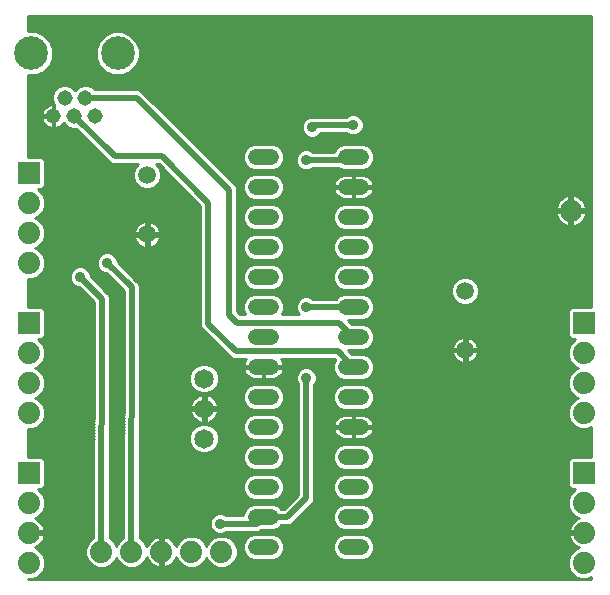
<source format=gbl>
G75*
G70*
%OFA0B0*%
%FSLAX24Y24*%
%IPPOS*%
%LPD*%
%AMOC8*
5,1,8,0,0,1.08239X$1,22.5*
%
%ADD10C,0.0520*%
%ADD11C,0.0740*%
%ADD12C,0.0515*%
%ADD13C,0.1122*%
%ADD14R,0.0740X0.0740*%
%ADD15C,0.0594*%
%ADD16C,0.0650*%
%ADD17C,0.0100*%
%ADD18C,0.0357*%
%ADD19C,0.0400*%
%ADD20C,0.0200*%
D10*
X008957Y001631D02*
X009477Y001631D01*
X009477Y002631D02*
X008957Y002631D01*
X008957Y003631D02*
X009477Y003631D01*
X009477Y004631D02*
X008957Y004631D01*
X008957Y005631D02*
X009477Y005631D01*
X009477Y006631D02*
X008957Y006631D01*
X008957Y007631D02*
X009477Y007631D01*
X009477Y008631D02*
X008957Y008631D01*
X008957Y009631D02*
X009477Y009631D01*
X009477Y010631D02*
X008957Y010631D01*
X008957Y011631D02*
X009477Y011631D01*
X009477Y012631D02*
X008957Y012631D01*
X008957Y013631D02*
X009477Y013631D01*
X009477Y014631D02*
X008957Y014631D01*
X011957Y014631D02*
X012477Y014631D01*
X012477Y013631D02*
X011957Y013631D01*
X011957Y012631D02*
X012477Y012631D01*
X012477Y011631D02*
X011957Y011631D01*
X011957Y010631D02*
X012477Y010631D01*
X012477Y009631D02*
X011957Y009631D01*
X011957Y008631D02*
X012477Y008631D01*
X012477Y007631D02*
X011957Y007631D01*
X011957Y006631D02*
X012477Y006631D01*
X012477Y005631D02*
X011957Y005631D01*
X011957Y004631D02*
X012477Y004631D01*
X012477Y003631D02*
X011957Y003631D01*
X011957Y002631D02*
X012477Y002631D01*
X012477Y001631D02*
X011957Y001631D01*
D11*
X007817Y001471D03*
X006817Y001471D03*
X005817Y001471D03*
X004817Y001471D03*
X003817Y001471D03*
X001407Y001101D03*
X001407Y002101D03*
X001407Y003101D03*
X001407Y006101D03*
X001407Y007101D03*
X001407Y008101D03*
X001407Y011101D03*
X001407Y012101D03*
X001407Y013101D03*
X019467Y012841D03*
X019907Y008101D03*
X019907Y007101D03*
X019907Y006101D03*
X019907Y003101D03*
X019907Y002101D03*
X019907Y001101D03*
D12*
X003587Y015991D03*
X002917Y015991D03*
X002587Y016611D03*
X003277Y016611D03*
X002217Y015991D03*
D13*
X001480Y018091D03*
X004354Y018091D03*
D14*
X001407Y014101D03*
X001407Y009101D03*
X001407Y004101D03*
X019907Y004101D03*
X019907Y009101D03*
D15*
X015937Y008197D03*
X015937Y010165D03*
X005337Y012047D03*
X005337Y014015D03*
D16*
X007237Y007241D03*
X007237Y006241D03*
X007237Y005241D03*
D17*
X001357Y000561D02*
X001357Y000551D01*
X020142Y000551D01*
X020142Y000614D01*
X020014Y000561D01*
X019800Y000561D01*
X019601Y000643D01*
X019449Y000795D01*
X019367Y000993D01*
X019367Y001208D01*
X019449Y001407D01*
X019601Y001559D01*
X019730Y001612D01*
X019707Y001619D01*
X019635Y001656D01*
X019568Y001704D01*
X019510Y001762D01*
X019462Y001828D01*
X019425Y001901D01*
X019400Y001979D01*
X019389Y002051D01*
X019857Y002051D01*
X019857Y002151D01*
X019389Y002151D01*
X019400Y002223D01*
X019425Y002300D01*
X019462Y002373D01*
X019510Y002440D01*
X019568Y002497D01*
X019635Y002546D01*
X019707Y002583D01*
X019730Y002590D01*
X019601Y002643D01*
X019449Y002795D01*
X019367Y002993D01*
X019367Y003208D01*
X019449Y003407D01*
X019601Y003559D01*
X019607Y003561D01*
X019467Y003561D01*
X019367Y003660D01*
X019367Y004541D01*
X019467Y004641D01*
X020142Y004641D01*
X020142Y005614D01*
X020014Y005561D01*
X019800Y005561D01*
X019601Y005643D01*
X019449Y005795D01*
X019367Y005993D01*
X019367Y006208D01*
X019449Y006407D01*
X019601Y006559D01*
X019703Y006601D01*
X019601Y006643D01*
X019449Y006795D01*
X019367Y006993D01*
X019367Y007208D01*
X019449Y007407D01*
X019601Y007559D01*
X019703Y007601D01*
X019601Y007643D01*
X019449Y007795D01*
X019367Y007993D01*
X019367Y008208D01*
X019449Y008407D01*
X019601Y008559D01*
X019607Y008561D01*
X019467Y008561D01*
X019367Y008660D01*
X019367Y009541D01*
X019467Y009641D01*
X020142Y009641D01*
X020142Y019336D01*
X001357Y019336D01*
X001357Y018822D01*
X001625Y018822D01*
X001894Y018710D01*
X002100Y018505D01*
X002211Y018236D01*
X002211Y017945D01*
X002100Y017677D01*
X001894Y017471D01*
X001625Y017360D01*
X001357Y017360D01*
X001357Y014641D01*
X001847Y014641D01*
X001947Y014541D01*
X001947Y013660D01*
X001847Y013561D01*
X001707Y013561D01*
X001713Y013559D01*
X001865Y013407D01*
X001947Y013208D01*
X001947Y012993D01*
X001865Y012795D01*
X001713Y012643D01*
X001611Y012601D01*
X001713Y012559D01*
X001865Y012407D01*
X001947Y012208D01*
X001947Y011993D01*
X001865Y011795D01*
X001713Y011643D01*
X001611Y011601D01*
X001713Y011559D01*
X001865Y011407D01*
X001947Y011208D01*
X001947Y010993D01*
X001865Y010795D01*
X001713Y010643D01*
X001514Y010561D01*
X001357Y010561D01*
X001357Y009641D01*
X001847Y009641D01*
X001947Y009541D01*
X001947Y008660D01*
X001847Y008561D01*
X001707Y008561D01*
X001713Y008559D01*
X001865Y008407D01*
X001947Y008208D01*
X001947Y007993D01*
X001865Y007795D01*
X001713Y007643D01*
X001611Y007601D01*
X001713Y007559D01*
X001865Y007407D01*
X001947Y007208D01*
X001947Y006993D01*
X001865Y006795D01*
X001713Y006643D01*
X001611Y006601D01*
X001713Y006559D01*
X001865Y006407D01*
X001947Y006208D01*
X001947Y005993D01*
X001865Y005795D01*
X001713Y005643D01*
X001514Y005561D01*
X001357Y005561D01*
X001357Y004641D01*
X001847Y004641D01*
X001947Y004541D01*
X001947Y003660D01*
X001847Y003561D01*
X001707Y003561D01*
X001713Y003559D01*
X001865Y003407D01*
X001947Y003208D01*
X001947Y002993D01*
X001865Y002795D01*
X001713Y002643D01*
X001585Y002590D01*
X001607Y002583D01*
X001680Y002546D01*
X001746Y002497D01*
X001804Y002440D01*
X001852Y002373D01*
X001889Y002300D01*
X001914Y002223D01*
X001926Y002151D01*
X001457Y002151D01*
X001457Y002051D01*
X001926Y002051D01*
X001914Y001979D01*
X001889Y001901D01*
X001852Y001828D01*
X001804Y001762D01*
X001746Y001704D01*
X001680Y001656D01*
X001607Y001619D01*
X001585Y001612D01*
X001713Y001559D01*
X001865Y001407D01*
X001947Y001208D01*
X001947Y000993D01*
X001865Y000795D01*
X001713Y000643D01*
X001514Y000561D01*
X001357Y000561D01*
X001593Y000594D02*
X019721Y000594D01*
X019552Y000692D02*
X001762Y000692D01*
X001861Y000791D02*
X019454Y000791D01*
X019410Y000889D02*
X001904Y000889D01*
X001945Y000988D02*
X003572Y000988D01*
X003511Y001013D02*
X003710Y000931D01*
X003924Y000931D01*
X004123Y001013D01*
X004275Y001165D01*
X004317Y001267D01*
X004359Y001165D01*
X004511Y001013D01*
X004710Y000931D01*
X004924Y000931D01*
X005123Y001013D01*
X005275Y001165D01*
X005328Y001293D01*
X005335Y001271D01*
X005372Y001198D01*
X005420Y001132D01*
X005478Y001074D01*
X005545Y001026D01*
X005617Y000989D01*
X005695Y000964D01*
X005767Y000952D01*
X005767Y001421D01*
X005867Y001421D01*
X005867Y000952D01*
X005939Y000964D01*
X006017Y000989D01*
X006090Y001026D01*
X006156Y001074D01*
X006214Y001132D01*
X006262Y001198D01*
X006299Y001271D01*
X006306Y001293D01*
X006359Y001165D01*
X006511Y001013D01*
X006710Y000931D01*
X006924Y000931D01*
X007123Y001013D01*
X007275Y001165D01*
X007317Y001267D01*
X007359Y001165D01*
X007511Y001013D01*
X007710Y000931D01*
X007924Y000931D01*
X008123Y001013D01*
X008275Y001165D01*
X008357Y001363D01*
X008357Y001578D01*
X008275Y001777D01*
X008123Y001929D01*
X007924Y002011D01*
X007710Y002011D01*
X007511Y001929D01*
X007359Y001777D01*
X007317Y001675D01*
X007275Y001777D01*
X007123Y001929D01*
X006924Y002011D01*
X006710Y002011D01*
X006511Y001929D01*
X006359Y001777D01*
X006306Y001648D01*
X006299Y001670D01*
X006262Y001743D01*
X006214Y001810D01*
X006156Y001867D01*
X006090Y001916D01*
X006017Y001953D01*
X005939Y001978D01*
X005867Y001989D01*
X005867Y001521D01*
X005767Y001521D01*
X005767Y001989D01*
X005695Y001978D01*
X005617Y001953D01*
X005545Y001916D01*
X005478Y001867D01*
X005420Y001810D01*
X005372Y001743D01*
X005335Y001670D01*
X005328Y001648D01*
X005275Y001777D01*
X005123Y001929D01*
X005088Y001943D01*
X005097Y010227D01*
X005097Y010265D01*
X005097Y010334D01*
X005097Y010334D01*
X005097Y010334D01*
X005078Y010381D01*
X005056Y010433D01*
X005056Y010434D01*
X005026Y010464D01*
X004980Y010509D01*
X004980Y010510D01*
X004355Y011134D01*
X004355Y011170D01*
X004302Y011298D01*
X004204Y011396D01*
X004076Y011449D01*
X003938Y011449D01*
X003810Y011396D01*
X003712Y011298D01*
X003659Y011170D01*
X003659Y011031D01*
X003712Y010903D01*
X003810Y010805D01*
X003938Y010752D01*
X003974Y010752D01*
X004557Y010169D01*
X004548Y001944D01*
X004511Y001929D01*
X004359Y001777D01*
X004317Y001675D01*
X004275Y001777D01*
X004123Y001929D01*
X004088Y001943D01*
X004097Y009857D01*
X004097Y009898D01*
X004097Y009964D01*
X004097Y009964D01*
X004097Y009964D01*
X004081Y010003D01*
X004056Y010063D01*
X004056Y010064D01*
X004018Y010102D01*
X003980Y010139D01*
X003455Y010664D01*
X003455Y010700D01*
X003402Y010828D01*
X003304Y010926D01*
X003176Y010979D01*
X003038Y010979D01*
X002910Y010926D01*
X002812Y010828D01*
X002759Y010700D01*
X002759Y010561D01*
X002812Y010433D01*
X002910Y010335D01*
X003038Y010282D01*
X003074Y010282D01*
X003557Y009799D01*
X003548Y001944D01*
X003511Y001929D01*
X003359Y001777D01*
X003277Y001578D01*
X003277Y001363D01*
X003359Y001165D01*
X003511Y001013D01*
X003438Y001086D02*
X001947Y001086D01*
X001947Y001185D02*
X003351Y001185D01*
X003310Y001283D02*
X001916Y001283D01*
X001875Y001382D02*
X003277Y001382D01*
X003277Y001480D02*
X001791Y001480D01*
X001664Y001579D02*
X003277Y001579D01*
X003318Y001677D02*
X001709Y001677D01*
X001814Y001776D02*
X003359Y001776D01*
X003457Y001875D02*
X001875Y001875D01*
X001912Y001973D02*
X003548Y001973D01*
X003548Y002072D02*
X001457Y002072D01*
X001923Y002170D02*
X003548Y002170D01*
X003548Y002269D02*
X001899Y002269D01*
X001855Y002367D02*
X003548Y002367D01*
X003548Y002466D02*
X001777Y002466D01*
X001643Y002564D02*
X003548Y002564D01*
X003549Y002663D02*
X001733Y002663D01*
X001831Y002761D02*
X003549Y002761D01*
X003549Y002860D02*
X001892Y002860D01*
X001933Y002959D02*
X003549Y002959D01*
X003549Y003057D02*
X001947Y003057D01*
X001947Y003156D02*
X003549Y003156D01*
X003549Y003254D02*
X001928Y003254D01*
X001887Y003353D02*
X003549Y003353D01*
X003549Y003451D02*
X001820Y003451D01*
X001722Y003550D02*
X003550Y003550D01*
X003550Y003648D02*
X001935Y003648D01*
X001947Y003747D02*
X003550Y003747D01*
X003550Y003845D02*
X001947Y003845D01*
X001947Y003944D02*
X003550Y003944D01*
X003550Y004043D02*
X001947Y004043D01*
X001947Y004141D02*
X003550Y004141D01*
X003550Y004240D02*
X001947Y004240D01*
X001947Y004338D02*
X003551Y004338D01*
X003551Y004437D02*
X001947Y004437D01*
X001947Y004535D02*
X003551Y004535D01*
X003551Y004634D02*
X001854Y004634D01*
X001357Y004732D02*
X003551Y004732D01*
X003551Y004831D02*
X001357Y004831D01*
X001357Y004929D02*
X003551Y004929D01*
X003551Y005028D02*
X001357Y005028D01*
X001357Y005126D02*
X003551Y005126D01*
X003552Y005225D02*
X001357Y005225D01*
X001357Y005324D02*
X003552Y005324D01*
X003552Y005422D02*
X001357Y005422D01*
X001357Y005521D02*
X003552Y005521D01*
X003552Y005619D02*
X001656Y005619D01*
X001788Y005718D02*
X003552Y005718D01*
X003552Y005816D02*
X001874Y005816D01*
X001915Y005915D02*
X003552Y005915D01*
X003552Y006013D02*
X001947Y006013D01*
X001947Y006112D02*
X003553Y006112D01*
X003553Y006210D02*
X001946Y006210D01*
X001905Y006309D02*
X003553Y006309D01*
X003553Y006408D02*
X001864Y006408D01*
X001765Y006506D02*
X003553Y006506D01*
X003553Y006605D02*
X001620Y006605D01*
X001773Y006703D02*
X003553Y006703D01*
X003553Y006802D02*
X001868Y006802D01*
X001908Y006900D02*
X003554Y006900D01*
X003554Y006999D02*
X001947Y006999D01*
X001947Y007097D02*
X003554Y007097D01*
X003554Y007196D02*
X001947Y007196D01*
X001911Y007294D02*
X003554Y007294D01*
X003554Y007393D02*
X001871Y007393D01*
X001780Y007492D02*
X003554Y007492D01*
X003554Y007590D02*
X001637Y007590D01*
X001759Y007689D02*
X003554Y007689D01*
X003555Y007787D02*
X001857Y007787D01*
X001902Y007886D02*
X003555Y007886D01*
X003555Y007984D02*
X001943Y007984D01*
X001947Y008083D02*
X003555Y008083D01*
X003555Y008181D02*
X001947Y008181D01*
X001917Y008280D02*
X003555Y008280D01*
X003555Y008378D02*
X001877Y008378D01*
X001795Y008477D02*
X003555Y008477D01*
X003556Y008576D02*
X001862Y008576D01*
X001947Y008674D02*
X003556Y008674D01*
X003556Y008773D02*
X001947Y008773D01*
X001947Y008871D02*
X003556Y008871D01*
X003556Y008970D02*
X001947Y008970D01*
X001947Y009068D02*
X003556Y009068D01*
X003556Y009167D02*
X001947Y009167D01*
X001947Y009265D02*
X003556Y009265D01*
X003556Y009364D02*
X001947Y009364D01*
X001947Y009462D02*
X003557Y009462D01*
X003557Y009561D02*
X001927Y009561D01*
X001357Y009659D02*
X003557Y009659D01*
X003557Y009758D02*
X001357Y009758D01*
X001357Y009857D02*
X003499Y009857D01*
X003401Y009955D02*
X001357Y009955D01*
X001357Y010054D02*
X003302Y010054D01*
X003204Y010152D02*
X001357Y010152D01*
X001357Y010251D02*
X003105Y010251D01*
X002896Y010349D02*
X001357Y010349D01*
X001357Y010448D02*
X002806Y010448D01*
X002765Y010546D02*
X001357Y010546D01*
X001715Y010645D02*
X002759Y010645D01*
X002777Y010743D02*
X001813Y010743D01*
X001884Y010842D02*
X002826Y010842D01*
X002944Y010941D02*
X001925Y010941D01*
X001947Y011039D02*
X003659Y011039D01*
X003659Y011138D02*
X001947Y011138D01*
X001935Y011236D02*
X003686Y011236D01*
X003748Y011335D02*
X001895Y011335D01*
X001838Y011433D02*
X003899Y011433D01*
X004115Y011433D02*
X007107Y011433D01*
X007107Y011335D02*
X004266Y011335D01*
X004328Y011236D02*
X007107Y011236D01*
X007107Y011138D02*
X004355Y011138D01*
X004451Y011039D02*
X007107Y011039D01*
X007107Y010941D02*
X004549Y010941D01*
X004648Y010842D02*
X007107Y010842D01*
X007107Y010743D02*
X004746Y010743D01*
X004845Y010645D02*
X007107Y010645D01*
X007107Y010546D02*
X004943Y010546D01*
X005042Y010448D02*
X007107Y010448D01*
X007107Y010349D02*
X005091Y010349D01*
X005056Y010434D02*
X005056Y010434D01*
X005097Y010251D02*
X007107Y010251D01*
X007107Y010152D02*
X005097Y010152D01*
X005097Y010227D02*
X005097Y010227D01*
X005097Y010054D02*
X007107Y010054D01*
X007107Y009955D02*
X005097Y009955D01*
X005097Y009857D02*
X007107Y009857D01*
X007107Y009758D02*
X005096Y009758D01*
X005096Y009659D02*
X007107Y009659D01*
X007107Y009561D02*
X005096Y009561D01*
X005096Y009462D02*
X007107Y009462D01*
X007107Y009364D02*
X005096Y009364D01*
X005096Y009265D02*
X007107Y009265D01*
X007107Y009167D02*
X005096Y009167D01*
X005096Y009068D02*
X007107Y009068D01*
X007107Y009017D02*
X007148Y008918D01*
X008068Y007998D01*
X008144Y007922D01*
X008243Y007881D01*
X008632Y007881D01*
X008606Y007846D01*
X008577Y007788D01*
X008557Y007727D01*
X008547Y007663D01*
X008547Y007661D01*
X009187Y007661D01*
X009187Y007601D01*
X008547Y007601D01*
X008547Y007598D01*
X008557Y007535D01*
X008577Y007473D01*
X008606Y007416D01*
X008644Y007364D01*
X008690Y007318D01*
X008742Y007280D01*
X008800Y007251D01*
X008861Y007231D01*
X008925Y007221D01*
X009187Y007221D01*
X009187Y007601D01*
X009247Y007601D01*
X009247Y007661D01*
X009887Y007661D01*
X009887Y007663D01*
X009877Y007727D01*
X009857Y007788D01*
X009828Y007846D01*
X009802Y007881D01*
X011585Y007881D01*
X011592Y007874D01*
X011527Y007716D01*
X011527Y007545D01*
X011593Y007387D01*
X011714Y007266D01*
X011872Y007201D01*
X012563Y007201D01*
X012721Y007266D01*
X012842Y007387D01*
X012907Y007545D01*
X012907Y007716D01*
X012842Y007874D01*
X012721Y007995D01*
X012563Y008061D01*
X012169Y008061D01*
X012029Y008201D01*
X012563Y008201D01*
X012721Y008266D01*
X012842Y008387D01*
X012907Y008545D01*
X012907Y008716D01*
X012842Y008874D01*
X012721Y008995D01*
X012563Y009061D01*
X012169Y009061D01*
X012029Y009201D01*
X012563Y009201D01*
X012721Y009266D01*
X012842Y009387D01*
X012907Y009545D01*
X012907Y009716D01*
X012842Y009874D01*
X012721Y009995D01*
X012563Y010061D01*
X011872Y010061D01*
X011714Y009995D01*
X011619Y009901D01*
X010880Y009901D01*
X010844Y009936D01*
X010716Y009989D01*
X010578Y009989D01*
X010450Y009936D01*
X010352Y009838D01*
X010299Y009710D01*
X010299Y009571D01*
X010352Y009443D01*
X010414Y009381D01*
X009835Y009381D01*
X009842Y009387D01*
X009907Y009545D01*
X009907Y009716D01*
X009842Y009874D01*
X009721Y009995D01*
X009563Y010061D01*
X008872Y010061D01*
X008714Y009995D01*
X008593Y009874D01*
X008527Y009716D01*
X008527Y009545D01*
X008593Y009387D01*
X008599Y009381D01*
X008439Y009381D01*
X008337Y009483D01*
X008337Y013487D01*
X008337Y013594D01*
X008296Y013694D01*
X005150Y016840D01*
X005051Y016881D01*
X004943Y016881D01*
X003612Y016881D01*
X003519Y016973D01*
X003362Y017038D01*
X003192Y017038D01*
X003035Y016973D01*
X002932Y016870D01*
X002829Y016973D01*
X002672Y017038D01*
X002502Y017038D01*
X002345Y016973D01*
X002225Y016853D01*
X001357Y016853D01*
X001357Y016755D02*
X002184Y016755D01*
X002160Y016696D02*
X002225Y016853D01*
X002323Y016952D02*
X001357Y016952D01*
X001357Y017050D02*
X020142Y017050D01*
X020142Y016952D02*
X003541Y016952D01*
X003014Y016952D02*
X002851Y016952D01*
X002160Y016696D02*
X002160Y016526D01*
X002225Y016369D01*
X002246Y016347D01*
X002246Y016020D01*
X002188Y016020D01*
X002188Y016398D01*
X002185Y016398D01*
X002122Y016388D01*
X002061Y016368D01*
X002004Y016339D01*
X001952Y016302D01*
X001906Y016256D01*
X001869Y016204D01*
X001839Y016147D01*
X001820Y016086D01*
X001810Y016023D01*
X001810Y016020D01*
X002188Y016020D01*
X002188Y015962D01*
X001810Y015962D01*
X001810Y015959D01*
X001820Y015895D01*
X001839Y015834D01*
X001869Y015777D01*
X001906Y015725D01*
X001952Y015680D01*
X002004Y015642D01*
X002061Y015613D01*
X002122Y015593D01*
X002185Y015583D01*
X002188Y015583D01*
X002188Y015962D01*
X002246Y015962D01*
X002246Y015583D01*
X002249Y015583D01*
X002312Y015593D01*
X002374Y015613D01*
X002431Y015642D01*
X002483Y015680D01*
X002528Y015725D01*
X002551Y015757D01*
X002555Y015749D01*
X002675Y015628D01*
X002832Y015563D01*
X002963Y015563D01*
X004104Y014422D01*
X004203Y014381D01*
X004311Y014381D01*
X005043Y014381D01*
X004941Y014279D01*
X004870Y014108D01*
X004870Y013922D01*
X004941Y013751D01*
X005073Y013619D01*
X005244Y013548D01*
X005430Y013548D01*
X005601Y013619D01*
X005733Y013751D01*
X005804Y013922D01*
X005804Y014108D01*
X005733Y014279D01*
X005631Y014381D01*
X005725Y014381D01*
X007107Y012999D01*
X007107Y009124D01*
X007107Y009017D01*
X007127Y008970D02*
X005096Y008970D01*
X005095Y008871D02*
X007195Y008871D01*
X007293Y008773D02*
X005095Y008773D01*
X005095Y008674D02*
X007392Y008674D01*
X007491Y008576D02*
X005095Y008576D01*
X005095Y008477D02*
X007589Y008477D01*
X007688Y008378D02*
X005095Y008378D01*
X005095Y008280D02*
X007786Y008280D01*
X007885Y008181D02*
X005095Y008181D01*
X005095Y008083D02*
X007983Y008083D01*
X008082Y007984D02*
X005094Y007984D01*
X005094Y007886D02*
X008231Y007886D01*
X008577Y007787D02*
X005094Y007787D01*
X005094Y007689D02*
X007025Y007689D01*
X006957Y007660D02*
X006818Y007521D01*
X006742Y007339D01*
X006742Y007142D01*
X006818Y006960D01*
X006957Y006821D01*
X007139Y006746D01*
X007336Y006746D01*
X007517Y006821D01*
X007657Y006960D01*
X007732Y007142D01*
X007732Y007339D01*
X007657Y007521D01*
X007517Y007660D01*
X007336Y007736D01*
X007139Y007736D01*
X006957Y007660D01*
X006887Y007590D02*
X005094Y007590D01*
X005094Y007492D02*
X006805Y007492D01*
X006765Y007393D02*
X005094Y007393D01*
X005094Y007294D02*
X006742Y007294D01*
X006742Y007196D02*
X005094Y007196D01*
X005093Y007097D02*
X006761Y007097D01*
X006802Y006999D02*
X005093Y006999D01*
X005093Y006900D02*
X006878Y006900D01*
X007004Y006802D02*
X005093Y006802D01*
X005093Y006703D02*
X007124Y006703D01*
X007126Y006704D02*
X007055Y006681D01*
X006988Y006647D01*
X006928Y006603D01*
X006875Y006550D01*
X006831Y006490D01*
X006797Y006423D01*
X006774Y006352D01*
X006764Y006291D01*
X007187Y006291D01*
X007187Y006714D01*
X007126Y006704D01*
X007187Y006703D02*
X007287Y006703D01*
X007287Y006714D02*
X007287Y006291D01*
X007187Y006291D01*
X007187Y006191D01*
X006764Y006191D01*
X006774Y006130D01*
X006797Y006059D01*
X006831Y005992D01*
X006875Y005931D01*
X006928Y005879D01*
X006988Y005835D01*
X007055Y005801D01*
X007126Y005778D01*
X007187Y005768D01*
X007187Y006191D01*
X007287Y006191D01*
X007287Y006291D01*
X007710Y006291D01*
X007700Y006352D01*
X007677Y006423D01*
X007643Y006490D01*
X007599Y006550D01*
X007546Y006603D01*
X007486Y006647D01*
X007419Y006681D01*
X007348Y006704D01*
X007287Y006714D01*
X007350Y006703D02*
X008527Y006703D01*
X008527Y006716D02*
X008527Y006545D01*
X008593Y006387D01*
X008714Y006266D01*
X008872Y006201D01*
X009563Y006201D01*
X009721Y006266D01*
X009842Y006387D01*
X009907Y006545D01*
X009907Y006716D01*
X009842Y006874D01*
X009721Y006995D01*
X009563Y007061D01*
X008872Y007061D01*
X008714Y006995D01*
X008593Y006874D01*
X008527Y006716D01*
X008563Y006802D02*
X007470Y006802D01*
X007596Y006900D02*
X008619Y006900D01*
X008722Y006999D02*
X007672Y006999D01*
X007713Y007097D02*
X010342Y007097D01*
X010352Y007073D02*
X010377Y007048D01*
X010377Y003373D01*
X009905Y002901D01*
X009815Y002901D01*
X009721Y002995D01*
X009563Y003061D01*
X008872Y003061D01*
X008714Y002995D01*
X008593Y002874D01*
X008527Y002716D01*
X008527Y002681D01*
X008000Y002681D01*
X007974Y002706D01*
X007846Y002759D01*
X007708Y002759D01*
X007580Y002706D01*
X007482Y002608D01*
X007429Y002480D01*
X007429Y002341D01*
X007482Y002213D01*
X007580Y002115D01*
X007708Y002062D01*
X007846Y002062D01*
X007974Y002115D01*
X008000Y002141D01*
X009051Y002141D01*
X009150Y002182D01*
X009169Y002201D01*
X009563Y002201D01*
X009721Y002266D01*
X009815Y002361D01*
X009963Y002361D01*
X010071Y002361D01*
X010170Y002402D01*
X010800Y003032D01*
X010876Y003108D01*
X010917Y003207D01*
X010917Y007048D01*
X010942Y007073D01*
X010995Y007201D01*
X010995Y007340D01*
X010942Y007468D01*
X010844Y007566D01*
X010716Y007619D01*
X010578Y007619D01*
X010450Y007566D01*
X010352Y007468D01*
X010299Y007340D01*
X010299Y007201D01*
X010352Y007073D01*
X010377Y006999D02*
X009712Y006999D01*
X009816Y006900D02*
X010377Y006900D01*
X010377Y006802D02*
X009872Y006802D01*
X009907Y006703D02*
X010377Y006703D01*
X010377Y006605D02*
X009907Y006605D01*
X009891Y006506D02*
X010377Y006506D01*
X010377Y006408D02*
X009850Y006408D01*
X009763Y006309D02*
X010377Y006309D01*
X010377Y006210D02*
X009586Y006210D01*
X009563Y006061D02*
X009721Y005995D01*
X009842Y005874D01*
X009907Y005716D01*
X009907Y005545D01*
X009842Y005387D01*
X009721Y005266D01*
X009563Y005201D01*
X008872Y005201D01*
X008714Y005266D01*
X008593Y005387D01*
X008527Y005545D01*
X008527Y005716D01*
X008593Y005874D01*
X008714Y005995D01*
X008872Y006061D01*
X009563Y006061D01*
X009677Y006013D02*
X010377Y006013D01*
X010377Y005915D02*
X009801Y005915D01*
X009866Y005816D02*
X010377Y005816D01*
X010377Y005718D02*
X009906Y005718D01*
X009907Y005619D02*
X010377Y005619D01*
X010377Y005521D02*
X009897Y005521D01*
X009856Y005422D02*
X010377Y005422D01*
X010377Y005324D02*
X009778Y005324D01*
X009621Y005225D02*
X010377Y005225D01*
X010377Y005126D02*
X007725Y005126D01*
X007732Y005142D02*
X007657Y004960D01*
X007517Y004821D01*
X007336Y004746D01*
X007139Y004746D01*
X006957Y004821D01*
X006818Y004960D01*
X006742Y005142D01*
X006742Y005339D01*
X006818Y005521D01*
X006957Y005660D01*
X007139Y005736D01*
X007336Y005736D01*
X007517Y005660D01*
X007657Y005521D01*
X008537Y005521D01*
X008527Y005619D02*
X007558Y005619D01*
X007657Y005521D02*
X007732Y005339D01*
X007732Y005142D01*
X007732Y005225D02*
X008813Y005225D01*
X008872Y005061D02*
X008714Y004995D01*
X008593Y004874D01*
X008527Y004716D01*
X008527Y004545D01*
X008593Y004387D01*
X008714Y004266D01*
X008872Y004201D01*
X009563Y004201D01*
X009721Y004266D01*
X009842Y004387D01*
X009907Y004545D01*
X009907Y004716D01*
X009842Y004874D01*
X009721Y004995D01*
X009563Y005061D01*
X008872Y005061D01*
X008792Y005028D02*
X007684Y005028D01*
X007625Y004929D02*
X008648Y004929D01*
X008575Y004831D02*
X007527Y004831D01*
X007732Y005324D02*
X008656Y005324D01*
X008578Y005422D02*
X007698Y005422D01*
X007379Y005718D02*
X008528Y005718D01*
X008569Y005816D02*
X007450Y005816D01*
X007419Y005801D02*
X007486Y005835D01*
X007546Y005879D01*
X007599Y005931D01*
X007643Y005992D01*
X007677Y006059D01*
X007700Y006130D01*
X007710Y006191D01*
X007287Y006191D01*
X007287Y005768D01*
X007348Y005778D01*
X007419Y005801D01*
X007287Y005816D02*
X007187Y005816D01*
X007187Y005915D02*
X007287Y005915D01*
X007287Y006013D02*
X007187Y006013D01*
X007187Y006112D02*
X007287Y006112D01*
X007287Y006210D02*
X008848Y006210D01*
X008671Y006309D02*
X007707Y006309D01*
X007682Y006408D02*
X008584Y006408D01*
X008543Y006506D02*
X007631Y006506D01*
X007544Y006605D02*
X008527Y006605D01*
X008757Y006013D02*
X007654Y006013D01*
X007694Y006112D02*
X010377Y006112D01*
X010917Y006112D02*
X019367Y006112D01*
X019368Y006210D02*
X012586Y006210D01*
X012563Y006201D02*
X012721Y006266D01*
X012842Y006387D01*
X012907Y006545D01*
X012907Y006716D01*
X012842Y006874D01*
X012721Y006995D01*
X012563Y007061D01*
X011872Y007061D01*
X011714Y006995D01*
X011593Y006874D01*
X011527Y006716D01*
X011527Y006545D01*
X011593Y006387D01*
X011714Y006266D01*
X011872Y006201D01*
X012563Y006201D01*
X012509Y006041D02*
X012247Y006041D01*
X012247Y005661D01*
X012187Y005661D01*
X012187Y006041D01*
X011925Y006041D01*
X011861Y006031D01*
X011800Y006011D01*
X011742Y005981D01*
X011690Y005944D01*
X011644Y005898D01*
X011606Y005846D01*
X011577Y005788D01*
X011557Y005727D01*
X011547Y005663D01*
X011547Y005661D01*
X012187Y005661D01*
X012187Y005601D01*
X011547Y005601D01*
X011547Y005598D01*
X011557Y005535D01*
X011577Y005473D01*
X011606Y005416D01*
X011644Y005364D01*
X011690Y005318D01*
X011742Y005280D01*
X011800Y005251D01*
X011861Y005231D01*
X011925Y005221D01*
X012187Y005221D01*
X012187Y005601D01*
X012247Y005601D01*
X012247Y005661D01*
X012887Y005661D01*
X012887Y005663D01*
X012877Y005727D01*
X012857Y005788D01*
X012828Y005846D01*
X012790Y005898D01*
X012744Y005944D01*
X012692Y005981D01*
X012634Y006011D01*
X012573Y006031D01*
X012509Y006041D01*
X012626Y006013D02*
X019367Y006013D01*
X019400Y005915D02*
X012773Y005915D01*
X012843Y005816D02*
X019440Y005816D01*
X019526Y005718D02*
X012878Y005718D01*
X012887Y005601D02*
X012247Y005601D01*
X012247Y005221D01*
X012509Y005221D01*
X012573Y005231D01*
X012634Y005251D01*
X012692Y005280D01*
X012744Y005318D01*
X012790Y005364D01*
X012828Y005416D01*
X012857Y005473D01*
X012877Y005535D01*
X012887Y005598D01*
X012887Y005601D01*
X012872Y005521D02*
X020142Y005521D01*
X020142Y005422D02*
X012831Y005422D01*
X012750Y005324D02*
X020142Y005324D01*
X020142Y005225D02*
X012536Y005225D01*
X012563Y005061D02*
X012721Y004995D01*
X012842Y004874D01*
X012907Y004716D01*
X012907Y004545D01*
X012842Y004387D01*
X012721Y004266D01*
X012563Y004201D01*
X011872Y004201D01*
X011714Y004266D01*
X011593Y004387D01*
X011527Y004545D01*
X011527Y004716D01*
X011593Y004874D01*
X011714Y004995D01*
X011872Y005061D01*
X012563Y005061D01*
X012642Y005028D02*
X020142Y005028D01*
X020142Y005126D02*
X010917Y005126D01*
X010917Y005028D02*
X011792Y005028D01*
X011648Y004929D02*
X010917Y004929D01*
X010917Y004831D02*
X011575Y004831D01*
X011534Y004732D02*
X010917Y004732D01*
X010917Y004634D02*
X011527Y004634D01*
X011531Y004535D02*
X010917Y004535D01*
X010917Y004437D02*
X011572Y004437D01*
X011642Y004338D02*
X010917Y004338D01*
X010917Y004240D02*
X011778Y004240D01*
X011872Y004061D02*
X011714Y003995D01*
X011593Y003874D01*
X011527Y003716D01*
X011527Y003545D01*
X011593Y003387D01*
X011714Y003266D01*
X011872Y003201D01*
X012563Y003201D01*
X012721Y003266D01*
X012842Y003387D01*
X012907Y003545D01*
X012907Y003716D01*
X012842Y003874D01*
X012721Y003995D01*
X012563Y004061D01*
X011872Y004061D01*
X011828Y004043D02*
X010917Y004043D01*
X010917Y004141D02*
X019367Y004141D01*
X019367Y004043D02*
X012607Y004043D01*
X012772Y003944D02*
X019367Y003944D01*
X019367Y003845D02*
X012854Y003845D01*
X012894Y003747D02*
X019367Y003747D01*
X019379Y003648D02*
X012907Y003648D01*
X012907Y003550D02*
X019592Y003550D01*
X019494Y003451D02*
X012868Y003451D01*
X012807Y003353D02*
X019427Y003353D01*
X019386Y003254D02*
X012691Y003254D01*
X012571Y003057D02*
X019367Y003057D01*
X019367Y003156D02*
X010896Y003156D01*
X010917Y003254D02*
X011743Y003254D01*
X011627Y003353D02*
X010917Y003353D01*
X010917Y003451D02*
X011566Y003451D01*
X011527Y003550D02*
X010917Y003550D01*
X010917Y003648D02*
X011527Y003648D01*
X011540Y003747D02*
X010917Y003747D01*
X010917Y003845D02*
X011581Y003845D01*
X011662Y003944D02*
X010917Y003944D01*
X010377Y003944D02*
X009772Y003944D01*
X009721Y003995D02*
X009842Y003874D01*
X009907Y003716D01*
X009907Y003545D01*
X009842Y003387D01*
X009721Y003266D01*
X009563Y003201D01*
X008872Y003201D01*
X008714Y003266D01*
X008593Y003387D01*
X008527Y003545D01*
X008527Y003716D01*
X008593Y003874D01*
X008714Y003995D01*
X008872Y004061D01*
X009563Y004061D01*
X009721Y003995D01*
X009607Y004043D02*
X010377Y004043D01*
X010377Y004141D02*
X005090Y004141D01*
X005090Y004043D02*
X008828Y004043D01*
X008662Y003944D02*
X005090Y003944D01*
X005090Y003845D02*
X008581Y003845D01*
X008540Y003747D02*
X005090Y003747D01*
X005089Y003648D02*
X008527Y003648D01*
X008527Y003550D02*
X005089Y003550D01*
X005089Y003451D02*
X008566Y003451D01*
X008627Y003353D02*
X005089Y003353D01*
X005089Y003254D02*
X008743Y003254D01*
X008863Y003057D02*
X005089Y003057D01*
X005089Y002959D02*
X008677Y002959D01*
X008587Y002860D02*
X005089Y002860D01*
X005088Y002761D02*
X008546Y002761D01*
X008872Y002061D02*
X008714Y001995D01*
X008593Y001874D01*
X008527Y001716D01*
X008527Y001545D01*
X008593Y001387D01*
X008714Y001266D01*
X008872Y001201D01*
X009563Y001201D01*
X009721Y001266D01*
X009842Y001387D01*
X009907Y001545D01*
X009907Y001716D01*
X009842Y001874D01*
X009721Y001995D01*
X009563Y002061D01*
X008872Y002061D01*
X008691Y001973D02*
X008015Y001973D01*
X007869Y002072D02*
X019857Y002072D01*
X019439Y001875D02*
X012841Y001875D01*
X012842Y001874D02*
X012721Y001995D01*
X012563Y002061D01*
X011872Y002061D01*
X011714Y001995D01*
X011593Y001874D01*
X011527Y001716D01*
X011527Y001545D01*
X011593Y001387D01*
X011714Y001266D01*
X011872Y001201D01*
X012563Y001201D01*
X012721Y001266D01*
X012842Y001387D01*
X012907Y001545D01*
X012907Y001716D01*
X012842Y001874D01*
X012882Y001776D02*
X019500Y001776D01*
X019605Y001677D02*
X012907Y001677D01*
X012907Y001579D02*
X019650Y001579D01*
X019523Y001480D02*
X012880Y001480D01*
X012836Y001382D02*
X019439Y001382D01*
X019398Y001283D02*
X012738Y001283D01*
X012743Y001973D02*
X019402Y001973D01*
X019392Y002170D02*
X009122Y002170D01*
X008593Y001875D02*
X008177Y001875D01*
X008275Y001776D02*
X008552Y001776D01*
X008527Y001677D02*
X008316Y001677D01*
X008357Y001579D02*
X008527Y001579D01*
X008554Y001480D02*
X008357Y001480D01*
X008357Y001382D02*
X008598Y001382D01*
X008696Y001283D02*
X008324Y001283D01*
X008283Y001185D02*
X019367Y001185D01*
X019367Y001086D02*
X008196Y001086D01*
X008062Y000988D02*
X019369Y000988D01*
X020093Y000594D02*
X020142Y000594D01*
X019415Y002269D02*
X012723Y002269D01*
X012721Y002266D02*
X012842Y002387D01*
X012907Y002545D01*
X012907Y002716D01*
X012842Y002874D01*
X012721Y002995D01*
X012563Y003061D01*
X011872Y003061D01*
X011714Y002995D01*
X011593Y002874D01*
X011527Y002716D01*
X011527Y002545D01*
X011593Y002387D01*
X011714Y002266D01*
X011872Y002201D01*
X012563Y002201D01*
X012721Y002266D01*
X012822Y002367D02*
X019459Y002367D01*
X019537Y002466D02*
X012874Y002466D01*
X012907Y002564D02*
X019672Y002564D01*
X019581Y002663D02*
X012907Y002663D01*
X012888Y002761D02*
X019483Y002761D01*
X019422Y002860D02*
X012848Y002860D01*
X012757Y002959D02*
X019381Y002959D01*
X019367Y004240D02*
X012656Y004240D01*
X012793Y004338D02*
X019367Y004338D01*
X019367Y004437D02*
X012862Y004437D01*
X012903Y004535D02*
X019367Y004535D01*
X019460Y004634D02*
X012907Y004634D01*
X012900Y004732D02*
X020142Y004732D01*
X020142Y004831D02*
X012860Y004831D01*
X012786Y004929D02*
X020142Y004929D01*
X019659Y005619D02*
X012247Y005619D01*
X012187Y005619D02*
X010917Y005619D01*
X010917Y005521D02*
X011562Y005521D01*
X011603Y005422D02*
X010917Y005422D01*
X010917Y005324D02*
X011684Y005324D01*
X011898Y005225D02*
X010917Y005225D01*
X010917Y005718D02*
X011556Y005718D01*
X011591Y005816D02*
X010917Y005816D01*
X010917Y005915D02*
X011661Y005915D01*
X011808Y006013D02*
X010917Y006013D01*
X010917Y006210D02*
X011848Y006210D01*
X011671Y006309D02*
X010917Y006309D01*
X010917Y006408D02*
X011584Y006408D01*
X011543Y006506D02*
X010917Y006506D01*
X010917Y006605D02*
X011527Y006605D01*
X011527Y006703D02*
X010917Y006703D01*
X010917Y006802D02*
X011563Y006802D01*
X011619Y006900D02*
X010917Y006900D01*
X010917Y006999D02*
X011722Y006999D01*
X011685Y007294D02*
X010995Y007294D01*
X010993Y007196D02*
X019367Y007196D01*
X019367Y007097D02*
X010952Y007097D01*
X010974Y007393D02*
X011590Y007393D01*
X011549Y007492D02*
X010919Y007492D01*
X010787Y007590D02*
X011527Y007590D01*
X011527Y007689D02*
X009883Y007689D01*
X009887Y007601D02*
X009247Y007601D01*
X009247Y007221D01*
X009509Y007221D01*
X009573Y007231D01*
X009634Y007251D01*
X009692Y007280D01*
X009744Y007318D01*
X009790Y007364D01*
X009828Y007416D01*
X009857Y007473D01*
X009877Y007535D01*
X009887Y007598D01*
X009887Y007601D01*
X009886Y007590D02*
X010508Y007590D01*
X010375Y007492D02*
X009863Y007492D01*
X009811Y007393D02*
X010321Y007393D01*
X010299Y007294D02*
X009712Y007294D01*
X009247Y007294D02*
X009187Y007294D01*
X009187Y007393D02*
X009247Y007393D01*
X009247Y007492D02*
X009187Y007492D01*
X009187Y007590D02*
X009247Y007590D01*
X008722Y007294D02*
X007732Y007294D01*
X007732Y007196D02*
X010301Y007196D01*
X009857Y007787D02*
X011556Y007787D01*
X012048Y008181D02*
X015888Y008181D01*
X015888Y008148D02*
X015888Y008245D01*
X015492Y008245D01*
X015501Y008301D01*
X015523Y008368D01*
X015555Y008431D01*
X015596Y008488D01*
X015646Y008537D01*
X015703Y008579D01*
X015766Y008611D01*
X015832Y008632D01*
X015889Y008641D01*
X015889Y008245D01*
X015986Y008245D01*
X016382Y008245D01*
X016373Y008301D01*
X016351Y008368D01*
X016319Y008431D01*
X016278Y008488D01*
X016228Y008537D01*
X016171Y008579D01*
X016109Y008611D01*
X016042Y008632D01*
X015986Y008641D01*
X015986Y008245D01*
X015986Y008148D01*
X016382Y008148D01*
X016373Y008092D01*
X016351Y008025D01*
X016319Y007962D01*
X016278Y007905D01*
X016228Y007856D01*
X016171Y007814D01*
X016109Y007782D01*
X016042Y007761D01*
X015986Y007752D01*
X015986Y008148D01*
X015889Y008148D01*
X015889Y007752D01*
X015832Y007761D01*
X015766Y007782D01*
X015703Y007814D01*
X015646Y007856D01*
X015596Y007905D01*
X015555Y007962D01*
X015523Y008025D01*
X015501Y008092D01*
X015492Y008148D01*
X015888Y008148D01*
X015889Y008083D02*
X015986Y008083D01*
X015986Y008181D02*
X019367Y008181D01*
X019367Y008083D02*
X016370Y008083D01*
X016330Y007984D02*
X019371Y007984D01*
X019412Y007886D02*
X016258Y007886D01*
X016118Y007787D02*
X019457Y007787D01*
X019556Y007689D02*
X012907Y007689D01*
X012907Y007590D02*
X019677Y007590D01*
X019534Y007492D02*
X012885Y007492D01*
X012844Y007393D02*
X019444Y007393D01*
X019403Y007294D02*
X012749Y007294D01*
X012712Y006999D02*
X019367Y006999D01*
X019406Y006900D02*
X012816Y006900D01*
X012872Y006802D02*
X019446Y006802D01*
X019541Y006703D02*
X012907Y006703D01*
X012907Y006605D02*
X019694Y006605D01*
X019549Y006506D02*
X012891Y006506D01*
X012850Y006408D02*
X019450Y006408D01*
X019409Y006309D02*
X012763Y006309D01*
X012247Y006013D02*
X012187Y006013D01*
X012187Y005915D02*
X012247Y005915D01*
X012247Y005816D02*
X012187Y005816D01*
X012187Y005718D02*
X012247Y005718D01*
X012247Y005521D02*
X012187Y005521D01*
X012187Y005422D02*
X012247Y005422D01*
X012247Y005324D02*
X012187Y005324D01*
X012187Y005225D02*
X012247Y005225D01*
X010377Y005028D02*
X009642Y005028D01*
X009786Y004929D02*
X010377Y004929D01*
X010377Y004831D02*
X009860Y004831D01*
X009900Y004732D02*
X010377Y004732D01*
X010377Y004634D02*
X009907Y004634D01*
X009903Y004535D02*
X010377Y004535D01*
X010377Y004437D02*
X009862Y004437D01*
X009793Y004338D02*
X010377Y004338D01*
X010377Y004240D02*
X009656Y004240D01*
X009854Y003845D02*
X010377Y003845D01*
X010377Y003747D02*
X009894Y003747D01*
X009907Y003648D02*
X010377Y003648D01*
X010377Y003550D02*
X009907Y003550D01*
X009868Y003451D02*
X010377Y003451D01*
X010357Y003353D02*
X009807Y003353D01*
X009691Y003254D02*
X010259Y003254D01*
X010160Y003156D02*
X005089Y003156D01*
X005088Y002663D02*
X007536Y002663D01*
X007464Y002564D02*
X005088Y002564D01*
X005088Y002466D02*
X007429Y002466D01*
X007429Y002367D02*
X005088Y002367D01*
X005088Y002269D02*
X007459Y002269D01*
X007525Y002170D02*
X005088Y002170D01*
X005088Y002072D02*
X007685Y002072D01*
X007619Y001973D02*
X007015Y001973D01*
X007177Y001875D02*
X007457Y001875D01*
X007359Y001776D02*
X007275Y001776D01*
X007316Y001677D02*
X007318Y001677D01*
X007283Y001185D02*
X007351Y001185D01*
X007438Y001086D02*
X007196Y001086D01*
X007062Y000988D02*
X007572Y000988D01*
X006572Y000988D02*
X006013Y000988D01*
X005867Y000988D02*
X005767Y000988D01*
X005767Y001086D02*
X005867Y001086D01*
X005867Y001185D02*
X005767Y001185D01*
X005767Y001283D02*
X005867Y001283D01*
X005867Y001382D02*
X005767Y001382D01*
X005767Y001579D02*
X005867Y001579D01*
X005867Y001677D02*
X005767Y001677D01*
X005767Y001776D02*
X005867Y001776D01*
X005867Y001875D02*
X005767Y001875D01*
X005767Y001973D02*
X005867Y001973D01*
X005954Y001973D02*
X006619Y001973D01*
X006457Y001875D02*
X006146Y001875D01*
X006238Y001776D02*
X006359Y001776D01*
X006318Y001677D02*
X006295Y001677D01*
X006303Y001283D02*
X006310Y001283D01*
X006351Y001185D02*
X006252Y001185D01*
X006168Y001086D02*
X006438Y001086D01*
X005621Y000988D02*
X005062Y000988D01*
X005196Y001086D02*
X005466Y001086D01*
X005382Y001185D02*
X005283Y001185D01*
X005324Y001283D02*
X005331Y001283D01*
X005316Y001677D02*
X005339Y001677D01*
X005396Y001776D02*
X005275Y001776D01*
X005177Y001875D02*
X005488Y001875D01*
X005680Y001973D02*
X005088Y001973D01*
X004548Y001973D02*
X004088Y001973D01*
X004088Y002072D02*
X004548Y002072D01*
X004548Y002170D02*
X004088Y002170D01*
X004088Y002269D02*
X004548Y002269D01*
X004548Y002367D02*
X004088Y002367D01*
X004088Y002466D02*
X004548Y002466D01*
X004548Y002564D02*
X004088Y002564D01*
X004088Y002663D02*
X004548Y002663D01*
X004549Y002761D02*
X004089Y002761D01*
X004089Y002860D02*
X004549Y002860D01*
X004549Y002959D02*
X004089Y002959D01*
X004089Y003057D02*
X004549Y003057D01*
X004549Y003156D02*
X004089Y003156D01*
X004089Y003254D02*
X004549Y003254D01*
X004549Y003353D02*
X004089Y003353D01*
X004089Y003451D02*
X004549Y003451D01*
X004549Y003550D02*
X004089Y003550D01*
X004090Y003648D02*
X004550Y003648D01*
X004550Y003747D02*
X004090Y003747D01*
X004090Y003845D02*
X004550Y003845D01*
X004550Y003944D02*
X004090Y003944D01*
X004090Y004043D02*
X004550Y004043D01*
X004550Y004141D02*
X004090Y004141D01*
X004090Y004240D02*
X004550Y004240D01*
X004550Y004338D02*
X004090Y004338D01*
X004091Y004437D02*
X004551Y004437D01*
X004551Y004535D02*
X004091Y004535D01*
X004091Y004634D02*
X004551Y004634D01*
X004551Y004732D02*
X004091Y004732D01*
X004091Y004831D02*
X004551Y004831D01*
X004551Y004929D02*
X004091Y004929D01*
X004091Y005028D02*
X004551Y005028D01*
X004551Y005126D02*
X004091Y005126D01*
X004091Y005225D02*
X004551Y005225D01*
X004551Y005324D02*
X004092Y005324D01*
X004092Y005422D02*
X004552Y005422D01*
X004552Y005521D02*
X004092Y005521D01*
X004092Y005619D02*
X004552Y005619D01*
X004552Y005718D02*
X004092Y005718D01*
X004092Y005816D02*
X004552Y005816D01*
X004552Y005915D02*
X004092Y005915D01*
X004092Y006013D02*
X004552Y006013D01*
X004552Y006112D02*
X004092Y006112D01*
X004093Y006210D02*
X004553Y006210D01*
X004553Y006309D02*
X004093Y006309D01*
X004093Y006408D02*
X004553Y006408D01*
X004553Y006506D02*
X004093Y006506D01*
X004093Y006605D02*
X004553Y006605D01*
X004553Y006703D02*
X004093Y006703D01*
X004093Y006802D02*
X004553Y006802D01*
X004553Y006900D02*
X004093Y006900D01*
X004094Y006999D02*
X004553Y006999D01*
X004554Y007097D02*
X004094Y007097D01*
X004094Y007196D02*
X004554Y007196D01*
X004554Y007294D02*
X004094Y007294D01*
X004094Y007393D02*
X004554Y007393D01*
X004554Y007492D02*
X004094Y007492D01*
X004094Y007590D02*
X004554Y007590D01*
X004554Y007689D02*
X004094Y007689D01*
X004094Y007787D02*
X004554Y007787D01*
X004554Y007886D02*
X004095Y007886D01*
X004095Y007984D02*
X004555Y007984D01*
X004555Y008083D02*
X004095Y008083D01*
X004095Y008181D02*
X004555Y008181D01*
X004555Y008280D02*
X004095Y008280D01*
X004095Y008378D02*
X004555Y008378D01*
X004555Y008477D02*
X004095Y008477D01*
X004095Y008576D02*
X004555Y008576D01*
X004555Y008674D02*
X004096Y008674D01*
X004096Y008773D02*
X004555Y008773D01*
X004556Y008871D02*
X004096Y008871D01*
X004096Y008970D02*
X004556Y008970D01*
X004556Y009068D02*
X004096Y009068D01*
X004096Y009167D02*
X004556Y009167D01*
X004556Y009265D02*
X004096Y009265D01*
X004096Y009364D02*
X004556Y009364D01*
X004556Y009462D02*
X004096Y009462D01*
X004097Y009561D02*
X004556Y009561D01*
X004556Y009659D02*
X004097Y009659D01*
X004097Y009758D02*
X004557Y009758D01*
X004557Y009857D02*
X004097Y009857D01*
X004097Y009857D01*
X004097Y009955D02*
X004557Y009955D01*
X004557Y010054D02*
X004060Y010054D01*
X004056Y010064D02*
X004056Y010064D01*
X003980Y010139D02*
X003980Y010139D01*
X003967Y010152D02*
X004557Y010152D01*
X004475Y010251D02*
X003869Y010251D01*
X003770Y010349D02*
X004377Y010349D01*
X004278Y010448D02*
X003672Y010448D01*
X003573Y010546D02*
X004180Y010546D01*
X004081Y010645D02*
X003475Y010645D01*
X003438Y010743D02*
X003983Y010743D01*
X003773Y010842D02*
X003389Y010842D01*
X003270Y010941D02*
X003696Y010941D01*
X004955Y011812D02*
X004923Y011875D01*
X004901Y011942D01*
X004892Y011998D01*
X005288Y011998D01*
X005288Y012095D01*
X004892Y012095D01*
X004901Y012151D01*
X004923Y012218D01*
X004955Y012281D01*
X004996Y012338D01*
X005046Y012387D01*
X005103Y012429D01*
X005166Y012461D01*
X005232Y012482D01*
X005289Y012491D01*
X005289Y012095D01*
X005386Y012095D01*
X005782Y012095D01*
X005773Y012151D01*
X005751Y012218D01*
X005719Y012281D01*
X005678Y012338D01*
X005628Y012387D01*
X005571Y012429D01*
X005509Y012461D01*
X005442Y012482D01*
X005386Y012491D01*
X005386Y012095D01*
X005386Y011998D01*
X005782Y011998D01*
X005773Y011942D01*
X005751Y011875D01*
X005719Y011812D01*
X005678Y011755D01*
X005628Y011706D01*
X005571Y011664D01*
X005509Y011632D01*
X005442Y011611D01*
X005386Y011602D01*
X005386Y011998D01*
X005289Y011998D01*
X005289Y011602D01*
X005232Y011611D01*
X005166Y011632D01*
X005103Y011664D01*
X005046Y011706D01*
X004996Y011755D01*
X004955Y011812D01*
X004947Y011827D02*
X001878Y011827D01*
X001919Y011926D02*
X004906Y011926D01*
X004897Y012123D02*
X001947Y012123D01*
X001947Y012025D02*
X005288Y012025D01*
X005386Y012025D02*
X007107Y012025D01*
X007107Y012123D02*
X005777Y012123D01*
X005749Y012222D02*
X007107Y012222D01*
X007107Y012320D02*
X005691Y012320D01*
X005585Y012419D02*
X007107Y012419D01*
X007107Y012517D02*
X001754Y012517D01*
X001853Y012419D02*
X005089Y012419D01*
X004984Y012320D02*
X001901Y012320D01*
X001941Y012222D02*
X004925Y012222D01*
X005289Y012222D02*
X005386Y012222D01*
X005386Y012320D02*
X005289Y012320D01*
X005289Y012419D02*
X005386Y012419D01*
X005386Y012123D02*
X005289Y012123D01*
X005289Y011926D02*
X005386Y011926D01*
X005386Y011827D02*
X005289Y011827D01*
X005289Y011729D02*
X005386Y011729D01*
X005386Y011630D02*
X005289Y011630D01*
X005172Y011630D02*
X001682Y011630D01*
X001740Y011532D02*
X007107Y011532D01*
X007107Y011630D02*
X005502Y011630D01*
X005651Y011729D02*
X007107Y011729D01*
X007107Y011827D02*
X005727Y011827D01*
X005768Y011926D02*
X007107Y011926D01*
X007107Y012616D02*
X001647Y012616D01*
X001784Y012714D02*
X007107Y012714D01*
X007107Y012813D02*
X001872Y012813D01*
X001913Y012911D02*
X007107Y012911D01*
X007096Y013010D02*
X001947Y013010D01*
X001947Y013109D02*
X006998Y013109D01*
X006899Y013207D02*
X001947Y013207D01*
X001907Y013306D02*
X006800Y013306D01*
X006702Y013404D02*
X001866Y013404D01*
X001769Y013503D02*
X006603Y013503D01*
X006505Y013601D02*
X005558Y013601D01*
X005682Y013700D02*
X006406Y013700D01*
X006308Y013798D02*
X005753Y013798D01*
X005793Y013897D02*
X006209Y013897D01*
X006111Y013995D02*
X005804Y013995D01*
X005804Y014094D02*
X006012Y014094D01*
X005914Y014192D02*
X005769Y014192D01*
X005815Y014291D02*
X005721Y014291D01*
X004953Y014291D02*
X001947Y014291D01*
X001947Y014192D02*
X004905Y014192D01*
X004870Y014094D02*
X001947Y014094D01*
X001947Y013995D02*
X004870Y013995D01*
X004881Y013897D02*
X001947Y013897D01*
X001947Y013798D02*
X004921Y013798D01*
X004992Y013700D02*
X001947Y013700D01*
X001888Y013601D02*
X005116Y013601D01*
X004182Y014390D02*
X001947Y014390D01*
X001947Y014488D02*
X004038Y014488D01*
X003939Y014587D02*
X001902Y014587D01*
X001357Y014685D02*
X003841Y014685D01*
X003742Y014784D02*
X001357Y014784D01*
X001357Y014882D02*
X003644Y014882D01*
X003545Y014981D02*
X001357Y014981D01*
X001357Y015079D02*
X003447Y015079D01*
X003348Y015178D02*
X001357Y015178D01*
X001357Y015276D02*
X003250Y015276D01*
X003151Y015375D02*
X001357Y015375D01*
X001357Y015474D02*
X003052Y015474D01*
X002811Y015572D02*
X001357Y015572D01*
X001357Y015671D02*
X001964Y015671D01*
X001874Y015769D02*
X001357Y015769D01*
X001357Y015868D02*
X001829Y015868D01*
X001816Y016065D02*
X001357Y016065D01*
X001357Y016163D02*
X001848Y016163D01*
X001912Y016262D02*
X001357Y016262D01*
X001357Y016360D02*
X002045Y016360D01*
X002188Y016360D02*
X002233Y016360D01*
X002246Y016262D02*
X002188Y016262D01*
X002188Y016163D02*
X002246Y016163D01*
X002246Y016065D02*
X002188Y016065D01*
X002188Y015966D02*
X001357Y015966D01*
X001357Y016459D02*
X002187Y016459D01*
X002160Y016558D02*
X001357Y016558D01*
X001357Y016656D02*
X002160Y016656D01*
X001357Y017149D02*
X020142Y017149D01*
X020142Y017247D02*
X001357Y017247D01*
X001357Y017346D02*
X020142Y017346D01*
X020142Y017444D02*
X004704Y017444D01*
X004768Y017471D02*
X004974Y017677D01*
X005085Y017945D01*
X005085Y018236D01*
X004974Y018505D01*
X004768Y018710D01*
X004499Y018822D01*
X004209Y018822D01*
X003940Y018710D01*
X003734Y018505D01*
X003623Y018236D01*
X003623Y017945D01*
X003734Y017677D01*
X003940Y017471D01*
X004209Y017360D01*
X004499Y017360D01*
X004768Y017471D01*
X004840Y017543D02*
X020142Y017543D01*
X020142Y017641D02*
X004939Y017641D01*
X005000Y017740D02*
X020142Y017740D01*
X020142Y017839D02*
X005041Y017839D01*
X005082Y017937D02*
X020142Y017937D01*
X020142Y018036D02*
X005085Y018036D01*
X005085Y018134D02*
X020142Y018134D01*
X020142Y018233D02*
X005085Y018233D01*
X005046Y018331D02*
X020142Y018331D01*
X020142Y018430D02*
X005005Y018430D01*
X004950Y018528D02*
X020142Y018528D01*
X020142Y018627D02*
X004852Y018627D01*
X004732Y018725D02*
X020142Y018725D01*
X020142Y018824D02*
X001357Y018824D01*
X001357Y018923D02*
X020142Y018923D01*
X020142Y019021D02*
X001357Y019021D01*
X001357Y019120D02*
X020142Y019120D01*
X020142Y019218D02*
X001357Y019218D01*
X001357Y019317D02*
X020142Y019317D01*
X020142Y016853D02*
X005117Y016853D01*
X005235Y016755D02*
X020142Y016755D01*
X020142Y016656D02*
X005334Y016656D01*
X005432Y016558D02*
X020142Y016558D01*
X020142Y016459D02*
X005531Y016459D01*
X005629Y016360D02*
X020142Y016360D01*
X020142Y016262D02*
X005728Y016262D01*
X005826Y016163D02*
X020142Y016163D01*
X020142Y016065D02*
X005925Y016065D01*
X006023Y015966D02*
X010761Y015966D01*
X010768Y015969D02*
X010640Y015916D01*
X010542Y015818D01*
X010489Y015690D01*
X010489Y015551D01*
X010542Y015423D01*
X010640Y015325D01*
X010768Y015272D01*
X010906Y015272D01*
X011034Y015325D01*
X011132Y015423D01*
X011136Y015431D01*
X011984Y015431D01*
X012010Y015405D01*
X012138Y015352D01*
X012276Y015352D01*
X012404Y015405D01*
X012502Y015503D01*
X012555Y015631D01*
X012555Y015770D01*
X012502Y015898D01*
X012404Y015996D01*
X012276Y016049D01*
X012138Y016049D01*
X012010Y015996D01*
X011984Y015971D01*
X010971Y015971D01*
X010863Y015971D01*
X010860Y015969D01*
X010768Y015969D01*
X010591Y015868D02*
X006122Y015868D01*
X006220Y015769D02*
X010521Y015769D01*
X010489Y015671D02*
X006319Y015671D01*
X006418Y015572D02*
X010489Y015572D01*
X010521Y015474D02*
X006516Y015474D01*
X006615Y015375D02*
X010590Y015375D01*
X010758Y015276D02*
X006713Y015276D01*
X006812Y015178D02*
X020142Y015178D01*
X020142Y015276D02*
X010916Y015276D01*
X011084Y015375D02*
X012083Y015375D01*
X012331Y015375D02*
X020142Y015375D01*
X020142Y015474D02*
X012473Y015474D01*
X012531Y015572D02*
X020142Y015572D01*
X020142Y015671D02*
X012555Y015671D01*
X012555Y015769D02*
X020142Y015769D01*
X020142Y015868D02*
X012515Y015868D01*
X012434Y015966D02*
X020142Y015966D01*
X020142Y015079D02*
X006910Y015079D01*
X007009Y014981D02*
X008699Y014981D01*
X008714Y014995D02*
X008593Y014874D01*
X008527Y014716D01*
X008527Y014545D01*
X008593Y014387D01*
X008714Y014266D01*
X008872Y014201D01*
X009563Y014201D01*
X009721Y014266D01*
X009842Y014387D01*
X009907Y014545D01*
X009907Y014716D01*
X009842Y014874D01*
X009721Y014995D01*
X009563Y015061D01*
X008872Y015061D01*
X008714Y014995D01*
X008601Y014882D02*
X007107Y014882D01*
X007206Y014784D02*
X008555Y014784D01*
X008527Y014685D02*
X007304Y014685D01*
X007403Y014587D02*
X008527Y014587D01*
X008551Y014488D02*
X007502Y014488D01*
X007600Y014390D02*
X008592Y014390D01*
X008689Y014291D02*
X007699Y014291D01*
X007797Y014192D02*
X010567Y014192D01*
X010568Y014192D02*
X010706Y014192D01*
X010834Y014245D01*
X010860Y014271D01*
X011709Y014271D01*
X011714Y014266D01*
X011872Y014201D01*
X012563Y014201D01*
X012721Y014266D01*
X012842Y014387D01*
X012907Y014545D01*
X012907Y014716D01*
X012842Y014874D01*
X012721Y014995D01*
X012563Y015061D01*
X011872Y015061D01*
X011714Y014995D01*
X011593Y014874D01*
X011566Y014811D01*
X010860Y014811D01*
X010834Y014836D01*
X010706Y014889D01*
X010568Y014889D01*
X010440Y014836D01*
X010342Y014738D01*
X010289Y014610D01*
X010289Y014471D01*
X010342Y014343D01*
X010440Y014245D01*
X010568Y014192D01*
X010707Y014192D02*
X020142Y014192D01*
X020142Y014094D02*
X007896Y014094D01*
X007994Y013995D02*
X008714Y013995D01*
X008593Y013874D01*
X008527Y013716D01*
X008527Y013545D01*
X008593Y013387D01*
X008714Y013266D01*
X008872Y013201D01*
X009563Y013201D01*
X009721Y013266D01*
X009842Y013387D01*
X009907Y013545D01*
X009907Y013716D01*
X009842Y013874D01*
X009721Y013995D01*
X009563Y014061D01*
X008872Y014061D01*
X008714Y013995D01*
X008615Y013897D02*
X008093Y013897D01*
X008191Y013798D02*
X008561Y013798D01*
X008527Y013700D02*
X008290Y013700D01*
X008334Y013601D02*
X008527Y013601D01*
X008545Y013503D02*
X008337Y013503D01*
X008337Y013404D02*
X008586Y013404D01*
X008674Y013306D02*
X008337Y013306D01*
X008337Y013207D02*
X008856Y013207D01*
X008872Y013061D02*
X008714Y012995D01*
X008593Y012874D01*
X008527Y012716D01*
X008527Y012545D01*
X008593Y012387D01*
X008714Y012266D01*
X008872Y012201D01*
X009563Y012201D01*
X009721Y012266D01*
X009842Y012387D01*
X009907Y012545D01*
X009907Y012716D01*
X009842Y012874D01*
X009721Y012995D01*
X009563Y013061D01*
X008872Y013061D01*
X008749Y013010D02*
X008337Y013010D01*
X008337Y013109D02*
X019020Y013109D01*
X019022Y013113D02*
X018985Y013040D01*
X018960Y012963D01*
X018949Y012891D01*
X019417Y012891D01*
X019417Y013359D01*
X019345Y013348D01*
X019267Y013323D01*
X019195Y013286D01*
X019128Y013237D01*
X019070Y013180D01*
X019022Y013113D01*
X018975Y013010D02*
X012685Y013010D01*
X012721Y012995D02*
X012563Y013061D01*
X011872Y013061D01*
X011714Y012995D01*
X011593Y012874D01*
X011527Y012716D01*
X011527Y012545D01*
X011593Y012387D01*
X011714Y012266D01*
X011872Y012201D01*
X012563Y012201D01*
X012721Y012266D01*
X012842Y012387D01*
X012907Y012545D01*
X012907Y012716D01*
X012842Y012874D01*
X012721Y012995D01*
X012804Y012911D02*
X018952Y012911D01*
X018949Y012791D02*
X018960Y012719D01*
X018985Y012641D01*
X019022Y012568D01*
X019070Y012502D01*
X019128Y012444D01*
X019195Y012396D01*
X019267Y012359D01*
X019345Y012334D01*
X019417Y012322D01*
X019417Y012791D01*
X018949Y012791D01*
X018961Y012714D02*
X012907Y012714D01*
X012907Y012616D02*
X018998Y012616D01*
X019059Y012517D02*
X012895Y012517D01*
X012855Y012419D02*
X019163Y012419D01*
X019417Y012419D02*
X019517Y012419D01*
X019517Y012322D02*
X019589Y012334D01*
X019667Y012359D01*
X019740Y012396D01*
X019806Y012444D01*
X019864Y012502D01*
X019912Y012568D01*
X019949Y012641D01*
X019974Y012719D01*
X019986Y012791D01*
X019517Y012791D01*
X019517Y012891D01*
X019417Y012891D01*
X019417Y012791D01*
X019517Y012791D01*
X019517Y012322D01*
X019517Y012517D02*
X019417Y012517D01*
X019417Y012616D02*
X019517Y012616D01*
X019517Y012714D02*
X019417Y012714D01*
X019417Y012813D02*
X012867Y012813D01*
X012634Y013251D02*
X012692Y013280D01*
X012744Y013318D01*
X012790Y013364D01*
X012828Y013416D01*
X012857Y013473D01*
X012877Y013535D01*
X012887Y013598D01*
X012887Y013601D01*
X012247Y013601D01*
X020142Y013601D01*
X020142Y013503D02*
X012866Y013503D01*
X012819Y013404D02*
X020142Y013404D01*
X020142Y013306D02*
X019700Y013306D01*
X019667Y013323D02*
X019589Y013348D01*
X019517Y013359D01*
X019517Y012891D01*
X019986Y012891D01*
X019974Y012963D01*
X019949Y013040D01*
X019912Y013113D01*
X019864Y013180D01*
X019806Y013237D01*
X019740Y013286D01*
X019667Y013323D01*
X019517Y013306D02*
X019417Y013306D01*
X019417Y013207D02*
X019517Y013207D01*
X019517Y013109D02*
X019417Y013109D01*
X019417Y013010D02*
X019517Y013010D01*
X019517Y012911D02*
X019417Y012911D01*
X019517Y012813D02*
X020142Y012813D01*
X020142Y012911D02*
X019982Y012911D01*
X019959Y013010D02*
X020142Y013010D01*
X020142Y013109D02*
X019914Y013109D01*
X019836Y013207D02*
X020142Y013207D01*
X020142Y013700D02*
X012881Y013700D01*
X012877Y013727D02*
X012887Y013663D01*
X012887Y013661D01*
X012247Y013661D01*
X012187Y013661D01*
X012187Y014041D01*
X011925Y014041D01*
X011861Y014031D01*
X011800Y014011D01*
X011742Y013981D01*
X011690Y013944D01*
X011644Y013898D01*
X011606Y013846D01*
X011577Y013788D01*
X011557Y013727D01*
X011547Y013663D01*
X011547Y013661D01*
X012187Y013661D01*
X012187Y013601D01*
X009907Y013601D01*
X009907Y013700D02*
X011553Y013700D01*
X011547Y013601D02*
X011547Y013598D01*
X011557Y013535D01*
X011577Y013473D01*
X011606Y013416D01*
X011644Y013364D01*
X011690Y013318D01*
X011742Y013280D01*
X011800Y013251D01*
X011861Y013231D01*
X011925Y013221D01*
X012187Y013221D01*
X012187Y013601D01*
X011547Y013601D01*
X011568Y013503D02*
X009889Y013503D01*
X009849Y013404D02*
X011615Y013404D01*
X011707Y013306D02*
X009760Y013306D01*
X009578Y013207D02*
X019098Y013207D01*
X019234Y013306D02*
X012727Y013306D01*
X012634Y013251D02*
X012573Y013231D01*
X012509Y013221D01*
X012247Y013221D01*
X012247Y013601D01*
X012247Y013661D01*
X012247Y014041D01*
X012509Y014041D01*
X012573Y014031D01*
X012634Y014011D01*
X012692Y013981D01*
X012744Y013944D01*
X012790Y013898D01*
X012828Y013846D01*
X012857Y013788D01*
X012877Y013727D01*
X012852Y013798D02*
X020142Y013798D01*
X020142Y013897D02*
X012791Y013897D01*
X012665Y013995D02*
X020142Y013995D01*
X020142Y014291D02*
X012745Y014291D01*
X012843Y014390D02*
X020142Y014390D01*
X020142Y014488D02*
X012883Y014488D01*
X012907Y014587D02*
X020142Y014587D01*
X020142Y014685D02*
X012907Y014685D01*
X012879Y014784D02*
X020142Y014784D01*
X020142Y014882D02*
X012834Y014882D01*
X012735Y014981D02*
X020142Y014981D01*
X020142Y012714D02*
X019973Y012714D01*
X019936Y012616D02*
X020142Y012616D01*
X020142Y012517D02*
X019875Y012517D01*
X019771Y012419D02*
X020142Y012419D01*
X020142Y012320D02*
X012775Y012320D01*
X012613Y012222D02*
X020142Y012222D01*
X020142Y012123D02*
X008337Y012123D01*
X008337Y012025D02*
X008784Y012025D01*
X008714Y011995D02*
X008872Y012061D01*
X009563Y012061D01*
X009721Y011995D01*
X009842Y011874D01*
X009907Y011716D01*
X009907Y011545D01*
X009842Y011387D01*
X009721Y011266D01*
X009563Y011201D01*
X008872Y011201D01*
X008714Y011266D01*
X008593Y011387D01*
X008527Y011545D01*
X008527Y011716D01*
X008593Y011874D01*
X008714Y011995D01*
X008644Y011926D02*
X008337Y011926D01*
X008337Y011827D02*
X008573Y011827D01*
X008532Y011729D02*
X008337Y011729D01*
X008337Y011630D02*
X008527Y011630D01*
X008533Y011532D02*
X008337Y011532D01*
X008337Y011433D02*
X008573Y011433D01*
X008645Y011335D02*
X008337Y011335D01*
X008337Y011236D02*
X008786Y011236D01*
X008872Y011061D02*
X008714Y010995D01*
X008593Y010874D01*
X008527Y010716D01*
X008527Y010545D01*
X008593Y010387D01*
X008714Y010266D01*
X008872Y010201D01*
X009563Y010201D01*
X009721Y010266D01*
X009842Y010387D01*
X009907Y010545D01*
X009907Y010716D01*
X009842Y010874D01*
X009721Y010995D01*
X009563Y011061D01*
X008872Y011061D01*
X008819Y011039D02*
X008337Y011039D01*
X008337Y010941D02*
X008659Y010941D01*
X008579Y010842D02*
X008337Y010842D01*
X008337Y010743D02*
X008538Y010743D01*
X008527Y010645D02*
X008337Y010645D01*
X008337Y010546D02*
X008527Y010546D01*
X008567Y010448D02*
X008337Y010448D01*
X008337Y010349D02*
X008630Y010349D01*
X008751Y010251D02*
X008337Y010251D01*
X008337Y010152D02*
X015470Y010152D01*
X015470Y010072D02*
X015470Y010258D01*
X015541Y010429D01*
X015673Y010561D01*
X015844Y010632D01*
X016030Y010632D01*
X016201Y010561D01*
X016333Y010429D01*
X016404Y010258D01*
X016404Y010072D01*
X016333Y009901D01*
X016201Y009769D01*
X016030Y009698D01*
X015844Y009698D01*
X015673Y009769D01*
X015541Y009901D01*
X015470Y010072D01*
X015478Y010054D02*
X012580Y010054D01*
X012563Y010201D02*
X012721Y010266D01*
X012842Y010387D01*
X012907Y010545D01*
X012907Y010716D01*
X012842Y010874D01*
X012721Y010995D01*
X012563Y011061D01*
X011872Y011061D01*
X011714Y010995D01*
X011593Y010874D01*
X011527Y010716D01*
X011527Y010545D01*
X011593Y010387D01*
X011714Y010266D01*
X011872Y010201D01*
X012563Y010201D01*
X012683Y010251D02*
X015470Y010251D01*
X015508Y010349D02*
X012804Y010349D01*
X012867Y010448D02*
X015560Y010448D01*
X015658Y010546D02*
X012907Y010546D01*
X012907Y010645D02*
X020142Y010645D01*
X020142Y010743D02*
X012896Y010743D01*
X012855Y010842D02*
X020142Y010842D01*
X020142Y010941D02*
X012775Y010941D01*
X012615Y011039D02*
X020142Y011039D01*
X020142Y011138D02*
X008337Y011138D01*
X008337Y010054D02*
X008854Y010054D01*
X008673Y009955D02*
X008337Y009955D01*
X008337Y009857D02*
X008585Y009857D01*
X008544Y009758D02*
X008337Y009758D01*
X008337Y009659D02*
X008527Y009659D01*
X008527Y009561D02*
X008337Y009561D01*
X008357Y009462D02*
X008561Y009462D01*
X009580Y010054D02*
X011854Y010054D01*
X011673Y009955D02*
X010799Y009955D01*
X010496Y009955D02*
X009761Y009955D01*
X009849Y009857D02*
X010370Y009857D01*
X010319Y009758D02*
X009890Y009758D01*
X009907Y009659D02*
X010299Y009659D01*
X010303Y009561D02*
X009907Y009561D01*
X009873Y009462D02*
X010344Y009462D01*
X009683Y010251D02*
X011751Y010251D01*
X011630Y010349D02*
X009804Y010349D01*
X009867Y010448D02*
X011567Y010448D01*
X011527Y010546D02*
X009907Y010546D01*
X009907Y010645D02*
X011527Y010645D01*
X011538Y010743D02*
X009896Y010743D01*
X009855Y010842D02*
X011579Y010842D01*
X011659Y010941D02*
X009775Y010941D01*
X009615Y011039D02*
X011819Y011039D01*
X011872Y011201D02*
X011714Y011266D01*
X011593Y011387D01*
X011527Y011545D01*
X011527Y011716D01*
X011593Y011874D01*
X011714Y011995D01*
X011872Y012061D01*
X012563Y012061D01*
X012721Y011995D01*
X012842Y011874D01*
X012907Y011716D01*
X012907Y011545D01*
X012842Y011387D01*
X012721Y011266D01*
X012563Y011201D01*
X011872Y011201D01*
X011786Y011236D02*
X009648Y011236D01*
X009789Y011335D02*
X011645Y011335D01*
X011573Y011433D02*
X009861Y011433D01*
X009901Y011532D02*
X011533Y011532D01*
X011527Y011630D02*
X009907Y011630D01*
X009902Y011729D02*
X011532Y011729D01*
X011573Y011827D02*
X009861Y011827D01*
X009790Y011926D02*
X011644Y011926D01*
X011784Y012025D02*
X009650Y012025D01*
X009613Y012222D02*
X011821Y012222D01*
X011660Y012320D02*
X009775Y012320D01*
X009855Y012419D02*
X011579Y012419D01*
X011539Y012517D02*
X009895Y012517D01*
X009907Y012616D02*
X011527Y012616D01*
X011527Y012714D02*
X009907Y012714D01*
X009867Y012813D02*
X011567Y012813D01*
X011630Y012911D02*
X009804Y012911D01*
X009685Y013010D02*
X011749Y013010D01*
X012187Y013306D02*
X012247Y013306D01*
X012247Y013404D02*
X012187Y013404D01*
X012187Y013503D02*
X012247Y013503D01*
X012247Y013601D02*
X012187Y013601D01*
X012187Y013700D02*
X012247Y013700D01*
X012247Y013798D02*
X012187Y013798D01*
X012187Y013897D02*
X012247Y013897D01*
X012247Y013995D02*
X012187Y013995D01*
X011770Y013995D02*
X009720Y013995D01*
X009819Y013897D02*
X011644Y013897D01*
X011582Y013798D02*
X009873Y013798D01*
X009745Y014291D02*
X010394Y014291D01*
X010323Y014390D02*
X009843Y014390D01*
X009883Y014488D02*
X010289Y014488D01*
X010289Y014587D02*
X009907Y014587D01*
X009907Y014685D02*
X010320Y014685D01*
X010387Y014784D02*
X009879Y014784D01*
X009834Y014882D02*
X010551Y014882D01*
X010723Y014882D02*
X011601Y014882D01*
X011699Y014981D02*
X009735Y014981D01*
X008630Y012911D02*
X008337Y012911D01*
X008337Y012813D02*
X008567Y012813D01*
X008527Y012714D02*
X008337Y012714D01*
X008337Y012616D02*
X008527Y012616D01*
X008539Y012517D02*
X008337Y012517D01*
X008337Y012419D02*
X008579Y012419D01*
X008660Y012320D02*
X008337Y012320D01*
X008337Y012222D02*
X008821Y012222D01*
X012063Y009167D02*
X019367Y009167D01*
X019367Y009265D02*
X012718Y009265D01*
X012818Y009364D02*
X019367Y009364D01*
X019367Y009462D02*
X012873Y009462D01*
X012907Y009561D02*
X019387Y009561D01*
X019367Y009068D02*
X012161Y009068D01*
X012746Y008970D02*
X019367Y008970D01*
X019367Y008871D02*
X012843Y008871D01*
X012884Y008773D02*
X019367Y008773D01*
X019367Y008674D02*
X012907Y008674D01*
X012907Y008576D02*
X015699Y008576D01*
X015589Y008477D02*
X012879Y008477D01*
X012833Y008378D02*
X015528Y008378D01*
X015498Y008280D02*
X012734Y008280D01*
X012732Y007984D02*
X015544Y007984D01*
X015504Y008083D02*
X012147Y008083D01*
X012830Y007886D02*
X015616Y007886D01*
X015756Y007787D02*
X012878Y007787D01*
X012907Y009659D02*
X020142Y009659D01*
X020142Y009758D02*
X016174Y009758D01*
X016289Y009857D02*
X020142Y009857D01*
X020142Y009955D02*
X016355Y009955D01*
X016396Y010054D02*
X020142Y010054D01*
X020142Y010152D02*
X016404Y010152D01*
X016404Y010251D02*
X020142Y010251D01*
X020142Y010349D02*
X016366Y010349D01*
X016314Y010448D02*
X020142Y010448D01*
X020142Y010546D02*
X016216Y010546D01*
X015519Y009955D02*
X012761Y009955D01*
X012849Y009857D02*
X015585Y009857D01*
X015700Y009758D02*
X012890Y009758D01*
X012648Y011236D02*
X020142Y011236D01*
X020142Y011335D02*
X012789Y011335D01*
X012861Y011433D02*
X020142Y011433D01*
X020142Y011532D02*
X012901Y011532D01*
X012907Y011630D02*
X020142Y011630D01*
X020142Y011729D02*
X012902Y011729D01*
X012861Y011827D02*
X020142Y011827D01*
X020142Y011926D02*
X012790Y011926D01*
X012650Y012025D02*
X020142Y012025D01*
X019452Y008576D02*
X016176Y008576D01*
X016286Y008477D02*
X019520Y008477D01*
X019438Y008378D02*
X016346Y008378D01*
X016376Y008280D02*
X019397Y008280D01*
X015986Y008280D02*
X015889Y008280D01*
X015889Y008378D02*
X015986Y008378D01*
X015986Y008477D02*
X015889Y008477D01*
X015889Y008576D02*
X015986Y008576D01*
X015986Y007984D02*
X015889Y007984D01*
X015889Y007886D02*
X015986Y007886D01*
X015986Y007787D02*
X015889Y007787D01*
X011863Y003057D02*
X010825Y003057D01*
X010727Y002959D02*
X011677Y002959D01*
X011587Y002860D02*
X010628Y002860D01*
X010530Y002761D02*
X011546Y002761D01*
X011527Y002663D02*
X010431Y002663D01*
X010332Y002564D02*
X011527Y002564D01*
X011560Y002466D02*
X010234Y002466D01*
X010086Y002367D02*
X011612Y002367D01*
X011711Y002269D02*
X009723Y002269D01*
X009743Y001973D02*
X011691Y001973D01*
X011593Y001875D02*
X009841Y001875D01*
X009882Y001776D02*
X011552Y001776D01*
X011527Y001677D02*
X009907Y001677D01*
X009907Y001579D02*
X011527Y001579D01*
X011554Y001480D02*
X009880Y001480D01*
X009836Y001382D02*
X011598Y001382D01*
X011696Y001283D02*
X009738Y001283D01*
X009757Y002959D02*
X009963Y002959D01*
X010062Y003057D02*
X009571Y003057D01*
X008778Y004240D02*
X005090Y004240D01*
X005090Y004338D02*
X008642Y004338D01*
X008572Y004437D02*
X005090Y004437D01*
X005090Y004535D02*
X008531Y004535D01*
X008527Y004634D02*
X005091Y004634D01*
X005091Y004732D02*
X008534Y004732D01*
X008633Y005915D02*
X007583Y005915D01*
X007287Y006309D02*
X007187Y006309D01*
X007187Y006210D02*
X005092Y006210D01*
X005092Y006112D02*
X006780Y006112D01*
X006820Y006013D02*
X005092Y006013D01*
X005092Y005915D02*
X006892Y005915D01*
X007024Y005816D02*
X005092Y005816D01*
X005092Y005718D02*
X007096Y005718D01*
X006916Y005619D02*
X005092Y005619D01*
X005092Y005521D02*
X006817Y005521D01*
X006777Y005422D02*
X005091Y005422D01*
X005091Y005324D02*
X006742Y005324D01*
X006742Y005225D02*
X005091Y005225D01*
X005091Y005126D02*
X006749Y005126D01*
X006790Y005028D02*
X005091Y005028D01*
X005091Y004929D02*
X006849Y004929D01*
X006947Y004831D02*
X005091Y004831D01*
X005092Y006309D02*
X006767Y006309D01*
X006792Y006408D02*
X005093Y006408D01*
X005093Y006506D02*
X006843Y006506D01*
X006930Y006605D02*
X005093Y006605D01*
X007187Y006605D02*
X007287Y006605D01*
X007287Y006506D02*
X007187Y006506D01*
X007187Y006408D02*
X007287Y006408D01*
X007710Y007393D02*
X008623Y007393D01*
X008571Y007492D02*
X007669Y007492D01*
X007588Y007590D02*
X008548Y007590D01*
X008551Y007689D02*
X007449Y007689D01*
X005023Y011729D02*
X001799Y011729D01*
X002188Y015671D02*
X002246Y015671D01*
X002246Y015769D02*
X002188Y015769D01*
X002188Y015868D02*
X002246Y015868D01*
X002470Y015671D02*
X002633Y015671D01*
X001830Y017444D02*
X004004Y017444D01*
X003868Y017543D02*
X001966Y017543D01*
X002065Y017641D02*
X003770Y017641D01*
X003708Y017740D02*
X002126Y017740D01*
X002167Y017839D02*
X003667Y017839D01*
X003626Y017937D02*
X002208Y017937D01*
X002211Y018036D02*
X003623Y018036D01*
X003623Y018134D02*
X002211Y018134D01*
X002211Y018233D02*
X003623Y018233D01*
X003662Y018331D02*
X002172Y018331D01*
X002131Y018430D02*
X003703Y018430D01*
X003758Y018528D02*
X002076Y018528D01*
X001978Y018627D02*
X003856Y018627D01*
X003976Y018725D02*
X001858Y018725D01*
X004177Y001875D02*
X004457Y001875D01*
X004359Y001776D02*
X004275Y001776D01*
X004316Y001677D02*
X004318Y001677D01*
X004283Y001185D02*
X004351Y001185D01*
X004438Y001086D02*
X004196Y001086D01*
X004062Y000988D02*
X004572Y000988D01*
D18*
X007777Y002411D03*
X010647Y007271D03*
X010647Y009641D03*
X013827Y007881D03*
X015167Y006411D03*
X017177Y001901D03*
X017557Y012801D03*
X014397Y017061D03*
X012207Y015701D03*
X011177Y016401D03*
X010837Y015621D03*
X010637Y014541D03*
X010317Y018931D03*
X004007Y011101D03*
X003107Y010631D03*
D19*
X011047Y016371D02*
X011077Y016401D01*
X011177Y016401D01*
D20*
X010917Y015701D02*
X010837Y015621D01*
X010917Y015701D02*
X012207Y015701D01*
X012217Y014631D02*
X012127Y014541D01*
X010637Y014541D01*
X008067Y013541D02*
X004997Y016611D01*
X003277Y016611D01*
X002917Y015991D02*
X004257Y014651D01*
X005837Y014651D01*
X007377Y013111D01*
X007377Y009071D01*
X008297Y008151D01*
X011697Y008151D01*
X012217Y007631D01*
X012217Y008631D02*
X011737Y009111D01*
X008327Y009111D01*
X008067Y009371D01*
X008067Y013541D01*
X004827Y010281D02*
X004007Y011101D01*
X003107Y010631D02*
X003827Y009911D01*
X003817Y001471D01*
X004817Y001471D02*
X004827Y010281D01*
X010647Y009641D02*
X010657Y009631D01*
X012217Y009631D01*
X013827Y007881D02*
X013827Y007761D01*
X013857Y007731D01*
X015167Y006411D02*
X015167Y006191D01*
X015147Y006171D01*
X010647Y007271D02*
X010647Y003261D01*
X010017Y002631D01*
X009217Y002631D01*
X008997Y002411D01*
X007777Y002411D01*
X017177Y001901D02*
X017177Y001741D01*
X017207Y001711D01*
X017277Y012721D02*
X017627Y012801D01*
X017557Y012801D01*
X014397Y017061D02*
X014397Y017171D01*
X014357Y017211D01*
X010317Y018931D02*
X010287Y018901D01*
M02*

</source>
